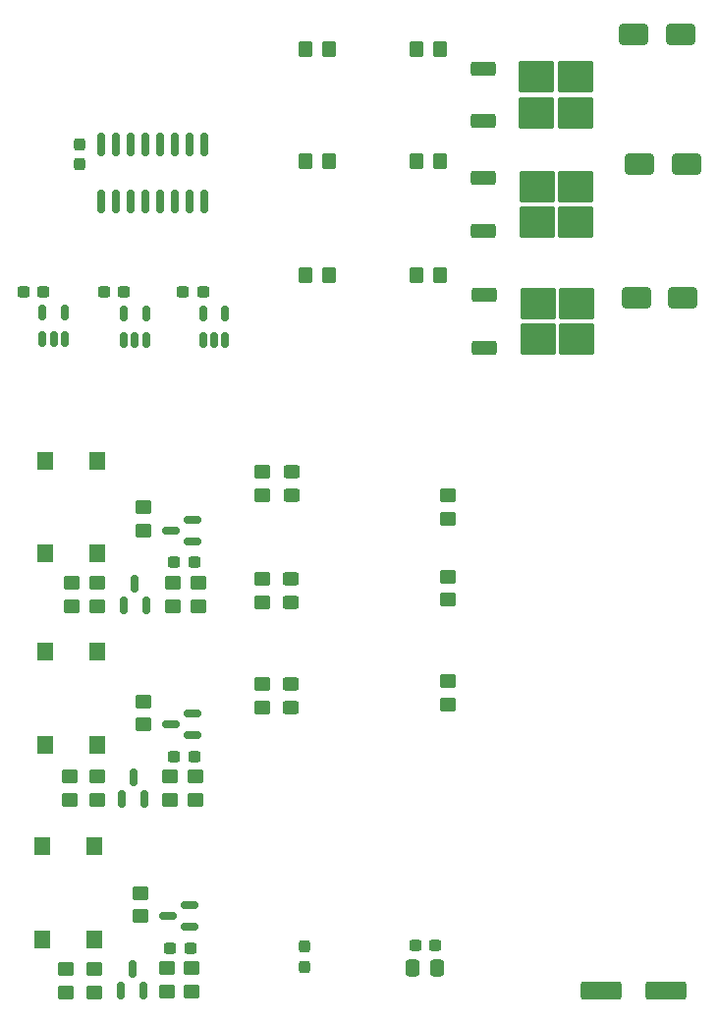
<source format=gtp>
G04 #@! TF.GenerationSoftware,KiCad,Pcbnew,9.0.0*
G04 #@! TF.CreationDate,2025-04-14T20:08:49-05:00*
G04 #@! TF.ProjectId,Fault Latch 2,4661756c-7420-44c6-9174-636820322e6b,rev?*
G04 #@! TF.SameCoordinates,Original*
G04 #@! TF.FileFunction,Paste,Top*
G04 #@! TF.FilePolarity,Positive*
%FSLAX46Y46*%
G04 Gerber Fmt 4.6, Leading zero omitted, Abs format (unit mm)*
G04 Created by KiCad (PCBNEW 9.0.0) date 2025-04-14 20:08:49*
%MOMM*%
%LPD*%
G01*
G04 APERTURE LIST*
G04 Aperture macros list*
%AMRoundRect*
0 Rectangle with rounded corners*
0 $1 Rounding radius*
0 $2 $3 $4 $5 $6 $7 $8 $9 X,Y pos of 4 corners*
0 Add a 4 corners polygon primitive as box body*
4,1,4,$2,$3,$4,$5,$6,$7,$8,$9,$2,$3,0*
0 Add four circle primitives for the rounded corners*
1,1,$1+$1,$2,$3*
1,1,$1+$1,$4,$5*
1,1,$1+$1,$6,$7*
1,1,$1+$1,$8,$9*
0 Add four rect primitives between the rounded corners*
20,1,$1+$1,$2,$3,$4,$5,0*
20,1,$1+$1,$4,$5,$6,$7,0*
20,1,$1+$1,$6,$7,$8,$9,0*
20,1,$1+$1,$8,$9,$2,$3,0*%
G04 Aperture macros list end*
%ADD10RoundRect,0.150000X0.587500X0.150000X-0.587500X0.150000X-0.587500X-0.150000X0.587500X-0.150000X0*%
%ADD11RoundRect,0.250000X0.450000X-0.325000X0.450000X0.325000X-0.450000X0.325000X-0.450000X-0.325000X0*%
%ADD12RoundRect,0.250000X-0.450000X0.350000X-0.450000X-0.350000X0.450000X-0.350000X0.450000X0.350000X0*%
%ADD13RoundRect,0.250000X-0.850000X-0.350000X0.850000X-0.350000X0.850000X0.350000X-0.850000X0.350000X0*%
%ADD14RoundRect,0.250000X-1.275000X-1.125000X1.275000X-1.125000X1.275000X1.125000X-1.275000X1.125000X0*%
%ADD15RoundRect,0.250000X0.450000X-0.350000X0.450000X0.350000X-0.450000X0.350000X-0.450000X-0.350000X0*%
%ADD16RoundRect,0.237500X-0.300000X-0.237500X0.300000X-0.237500X0.300000X0.237500X-0.300000X0.237500X0*%
%ADD17RoundRect,0.250000X-1.000000X-0.650000X1.000000X-0.650000X1.000000X0.650000X-1.000000X0.650000X0*%
%ADD18R,1.400000X1.600000*%
%ADD19RoundRect,0.150000X0.150000X-0.587500X0.150000X0.587500X-0.150000X0.587500X-0.150000X-0.587500X0*%
%ADD20RoundRect,0.250000X-1.500000X-0.550000X1.500000X-0.550000X1.500000X0.550000X-1.500000X0.550000X0*%
%ADD21RoundRect,0.150000X0.150000X-0.825000X0.150000X0.825000X-0.150000X0.825000X-0.150000X-0.825000X0*%
%ADD22RoundRect,0.237500X0.300000X0.237500X-0.300000X0.237500X-0.300000X-0.237500X0.300000X-0.237500X0*%
%ADD23RoundRect,0.150000X0.150000X-0.512500X0.150000X0.512500X-0.150000X0.512500X-0.150000X-0.512500X0*%
%ADD24RoundRect,0.250000X-0.350000X-0.450000X0.350000X-0.450000X0.350000X0.450000X-0.350000X0.450000X0*%
%ADD25RoundRect,0.250000X0.350000X0.450000X-0.350000X0.450000X-0.350000X-0.450000X0.350000X-0.450000X0*%
%ADD26RoundRect,0.237500X-0.237500X0.300000X-0.237500X-0.300000X0.237500X-0.300000X0.237500X0.300000X0*%
%ADD27RoundRect,0.250000X-0.337500X-0.475000X0.337500X-0.475000X0.337500X0.475000X-0.337500X0.475000X0*%
G04 APERTURE END LIST*
D10*
X94937500Y-116450000D03*
X94937500Y-114550000D03*
X93062500Y-115500000D03*
D11*
X103436535Y-114023869D03*
X103436535Y-111973869D03*
D12*
X90750000Y-113500000D03*
X90750000Y-115500000D03*
D13*
X120025000Y-68445000D03*
D14*
X124650000Y-69200000D03*
X124650000Y-72250000D03*
X128000000Y-69200000D03*
X128000000Y-72250000D03*
D13*
X120025000Y-73005000D03*
D15*
X86450000Y-138600000D03*
X86450000Y-136600000D03*
X95500000Y-105300000D03*
X95500000Y-103300000D03*
X100936535Y-113998869D03*
X100936535Y-111998869D03*
X86750000Y-122000000D03*
X86750000Y-120000000D03*
D16*
X93037500Y-134750000D03*
X94762500Y-134750000D03*
X114137500Y-134500000D03*
X115862500Y-134500000D03*
D17*
X133220000Y-78750000D03*
X137220000Y-78750000D03*
D11*
X103434561Y-105006854D03*
X103434561Y-102956854D03*
D18*
X86500000Y-126000000D03*
X86500000Y-134000000D03*
X82000000Y-126000000D03*
X82000000Y-134000000D03*
D11*
X103500000Y-95775000D03*
X103500000Y-93725000D03*
D15*
X94900000Y-138500000D03*
X94900000Y-136500000D03*
D19*
X88800000Y-138437500D03*
X90700000Y-138437500D03*
X89750000Y-136562500D03*
D20*
X130200000Y-138400000D03*
X135800000Y-138400000D03*
D15*
X93250000Y-105300000D03*
X93250000Y-103300000D03*
D16*
X93387500Y-101550000D03*
X95112500Y-101550000D03*
D18*
X86750000Y-109250000D03*
X86750000Y-117250000D03*
X82250000Y-109250000D03*
X82250000Y-117250000D03*
D19*
X89050000Y-105237500D03*
X90950000Y-105237500D03*
X90000000Y-103362500D03*
D21*
X87055000Y-70475000D03*
X88325000Y-70475000D03*
X89595000Y-70475000D03*
X90865000Y-70475000D03*
X92135000Y-70475000D03*
X93405000Y-70475000D03*
X94675000Y-70475000D03*
X95945000Y-70475000D03*
X95945000Y-65525000D03*
X94675000Y-65525000D03*
X93405000Y-65525000D03*
X92135000Y-65525000D03*
X90865000Y-65525000D03*
X89595000Y-65525000D03*
X88325000Y-65525000D03*
X87055000Y-65525000D03*
D22*
X95862500Y-78200000D03*
X94137500Y-78200000D03*
D23*
X82035000Y-82262500D03*
X82985000Y-82262500D03*
X83935000Y-82262500D03*
X83935000Y-79987500D03*
X82035000Y-79987500D03*
D12*
X117000000Y-111750000D03*
X117000000Y-113750000D03*
D22*
X82097500Y-78187500D03*
X80372500Y-78187500D03*
D15*
X92750000Y-138500000D03*
X92750000Y-136500000D03*
D12*
X84050000Y-136600000D03*
X84050000Y-138600000D03*
D24*
X114300000Y-57350000D03*
X116300000Y-57350000D03*
D25*
X106700000Y-57350000D03*
X104700000Y-57350000D03*
X106700000Y-76750000D03*
X104700000Y-76750000D03*
D15*
X95250000Y-122000000D03*
X95250000Y-120000000D03*
D22*
X89062500Y-78200000D03*
X87337500Y-78200000D03*
D19*
X88900000Y-121937500D03*
X90800000Y-121937500D03*
X89850000Y-120062500D03*
D25*
X106700000Y-66950000D03*
X104700000Y-66950000D03*
D17*
X133000000Y-56050000D03*
X137000000Y-56050000D03*
D12*
X90750000Y-96800000D03*
X90750000Y-98800000D03*
X84350000Y-120000000D03*
X84350000Y-122000000D03*
D26*
X104600000Y-134637500D03*
X104600000Y-136362500D03*
D16*
X93387500Y-118250000D03*
X95112500Y-118250000D03*
D26*
X85250497Y-65496594D03*
X85250497Y-67221594D03*
D23*
X95877500Y-82367500D03*
X96827500Y-82367500D03*
X97777500Y-82367500D03*
X97777500Y-80092500D03*
X95877500Y-80092500D03*
D24*
X114300000Y-66950000D03*
X116300000Y-66950000D03*
D12*
X84500000Y-103300000D03*
X84500000Y-105300000D03*
X90500000Y-130000000D03*
X90500000Y-132000000D03*
D13*
X120000000Y-58970000D03*
D14*
X124625000Y-59725000D03*
X124625000Y-62775000D03*
X127975000Y-59725000D03*
X127975000Y-62775000D03*
D13*
X120000000Y-63530000D03*
D18*
X86750000Y-92750000D03*
X86750000Y-100750000D03*
X82250000Y-92750000D03*
X82250000Y-100750000D03*
D17*
X133520000Y-67250000D03*
X137520000Y-67250000D03*
D15*
X93000000Y-122000000D03*
X93000000Y-120000000D03*
D12*
X117000000Y-95750000D03*
X117000000Y-97750000D03*
D13*
X120100000Y-78470000D03*
D14*
X124725000Y-79225000D03*
X124725000Y-82275000D03*
X128075000Y-79225000D03*
X128075000Y-82275000D03*
D13*
X120100000Y-83030000D03*
D23*
X89050000Y-82362500D03*
X90000000Y-82362500D03*
X90950000Y-82362500D03*
X90950000Y-80087500D03*
X89050000Y-80087500D03*
D15*
X86750000Y-105300000D03*
X86750000Y-103300000D03*
D27*
X113962500Y-136500000D03*
X116037500Y-136500000D03*
D24*
X114300000Y-76750000D03*
X116300000Y-76750000D03*
D15*
X100934561Y-104981854D03*
X100934561Y-102981854D03*
X101000000Y-95750000D03*
X101000000Y-93750000D03*
D10*
X94937500Y-99750000D03*
X94937500Y-97850000D03*
X93062500Y-98800000D03*
X94687500Y-132950000D03*
X94687500Y-131050000D03*
X92812500Y-132000000D03*
D15*
X117000000Y-104750000D03*
X117000000Y-102750000D03*
M02*

</source>
